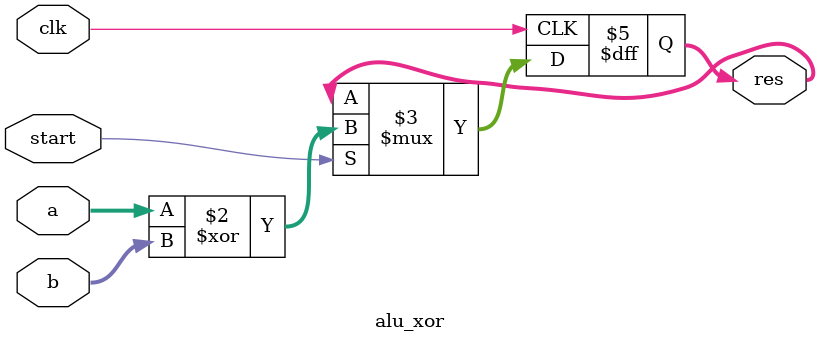
<source format=v>
`timescale 1ns/1ps

module alu_xor(input clk, input [7:0] a, b, input start, output reg [15:0] res);
    always @(posedge clk) begin
        if (start)
            res <= a ^ b;
    end
endmodule

</source>
